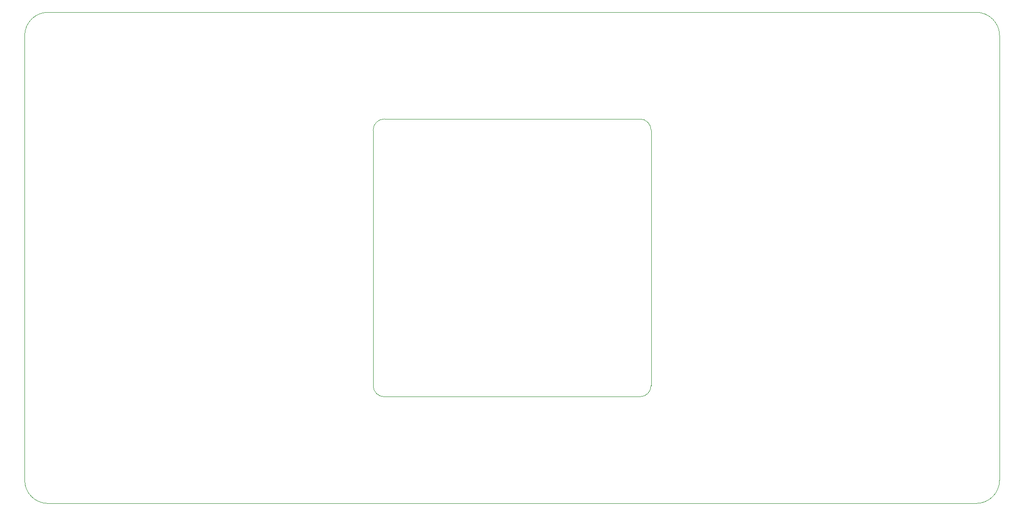
<source format=gbr>
%TF.GenerationSoftware,KiCad,Pcbnew,(6.0.6-0)*%
%TF.CreationDate,2022-08-06T20:43:02+02:00*%
%TF.ProjectId,GlowSign Aluminum CB square cutout,476c6f77-5369-4676-9e20-416c756d696e,rev?*%
%TF.SameCoordinates,Original*%
%TF.FileFunction,Profile,NP*%
%FSLAX46Y46*%
G04 Gerber Fmt 4.6, Leading zero omitted, Abs format (unit mm)*
G04 Created by KiCad (PCBNEW (6.0.6-0)) date 2022-08-06 20:43:02*
%MOMM*%
%LPD*%
G01*
G04 APERTURE LIST*
%TA.AperFunction,Profile*%
%ADD10C,0.100000*%
%TD*%
G04 APERTURE END LIST*
D10*
X127052552Y-120071848D02*
G75*
G03*
X129052648Y-122071848I2000048J48D01*
G01*
X68552648Y-141271848D02*
X235552648Y-141271848D01*
X235552648Y-52871848D02*
X68552648Y-52871848D01*
X177052552Y-74071848D02*
G75*
G03*
X175052648Y-72071848I-1999952J48D01*
G01*
X68552648Y-52871848D02*
G75*
G03*
X64352648Y-57071848I2J-4200002D01*
G01*
X64352648Y-57071848D02*
X64352648Y-137071848D01*
X235552648Y-141271848D02*
G75*
G03*
X239752648Y-137071848I-48J4200048D01*
G01*
X239752648Y-137071848D02*
X239752648Y-57071848D01*
X64352552Y-137071848D02*
G75*
G03*
X68552648Y-141271848I4200048J48D01*
G01*
X175052648Y-122071848D02*
G75*
G03*
X177052648Y-120071848I-48J2000048D01*
G01*
X127052648Y-74071848D02*
X127052648Y-120071848D01*
X239752552Y-57071848D02*
G75*
G03*
X235552648Y-52871848I-4199952J48D01*
G01*
X175052648Y-72071848D02*
X129052648Y-72071848D01*
X177052648Y-120071848D02*
X177052648Y-74071848D01*
X129052648Y-72071848D02*
G75*
G03*
X127052648Y-74071848I-48J-1999952D01*
G01*
X129052648Y-122071848D02*
X175052648Y-122071848D01*
M02*

</source>
